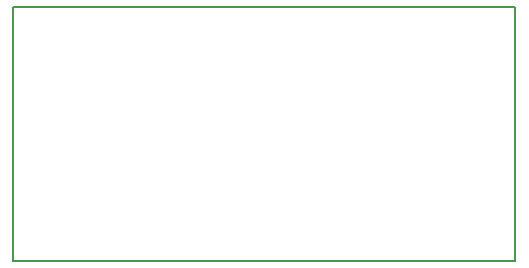
<source format=gbr>
G04 DipTrace 2.3.1.0*
%INBorder.gbr*%
%MOMM*%
%ADD11C,0.14*%
%FSLAX53Y53*%
G04*
G71*
G90*
G75*
G01*
%LNBoardOutline*%
%LPD*%
X10000Y10000D2*
D11*
X52500D1*
Y31500D1*
X10000D1*
Y10000D1*
M02*

</source>
